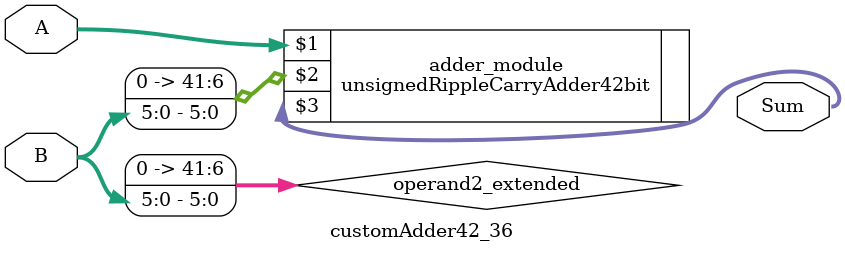
<source format=v>
module customAdder42_36(
                        input [41 : 0] A,
                        input [5 : 0] B,
                        
                        output [42 : 0] Sum
                );

        wire [41 : 0] operand2_extended;
        
        assign operand2_extended =  {36'b0, B};
        
        unsignedRippleCarryAdder42bit adder_module(
            A,
            operand2_extended,
            Sum
        );
        
        endmodule
        
</source>
